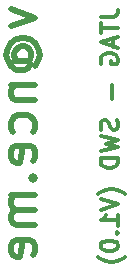
<source format=gbo>
G04 #@! TF.GenerationSoftware,KiCad,Pcbnew,(5.0.1-3-g963ef8bb5)*
G04 #@! TF.CreationDate,2018-11-27T15:22:05+00:00*
G04 #@! TF.ProjectId,jlink-swd-adapter,6A6C696E6B2D7377642D616461707465,rev?*
G04 #@! TF.SameCoordinates,Original*
G04 #@! TF.FileFunction,Legend,Bot*
G04 #@! TF.FilePolarity,Positive*
%FSLAX46Y46*%
G04 Gerber Fmt 4.6, Leading zero omitted, Abs format (unit mm)*
G04 Created by KiCad (PCBNEW (5.0.1-3-g963ef8bb5)) date Tuesday, 27 November 2018 at 15:22:05*
%MOMM*%
%LPD*%
G01*
G04 APERTURE LIST*
%ADD10C,0.300000*%
%ADD11C,0.500000*%
G04 APERTURE END LIST*
D10*
X113428571Y-77357142D02*
X114500000Y-77357142D01*
X114714285Y-77285714D01*
X114857142Y-77142857D01*
X114928571Y-76928571D01*
X114928571Y-76785714D01*
X113428571Y-77857142D02*
X113428571Y-78714285D01*
X114928571Y-78285714D02*
X113428571Y-78285714D01*
X114500000Y-79142857D02*
X114500000Y-79857142D01*
X114928571Y-79000000D02*
X113428571Y-79500000D01*
X114928571Y-80000000D01*
X113500000Y-81285714D02*
X113428571Y-81142857D01*
X113428571Y-80928571D01*
X113500000Y-80714285D01*
X113642857Y-80571428D01*
X113785714Y-80500000D01*
X114071428Y-80428571D01*
X114285714Y-80428571D01*
X114571428Y-80500000D01*
X114714285Y-80571428D01*
X114857142Y-80714285D01*
X114928571Y-80928571D01*
X114928571Y-81071428D01*
X114857142Y-81285714D01*
X114785714Y-81357142D01*
X114285714Y-81357142D01*
X114285714Y-81071428D01*
X114357142Y-83142857D02*
X114357142Y-84285714D01*
X114857142Y-86071428D02*
X114928571Y-86285714D01*
X114928571Y-86642857D01*
X114857142Y-86785714D01*
X114785714Y-86857142D01*
X114642857Y-86928571D01*
X114500000Y-86928571D01*
X114357142Y-86857142D01*
X114285714Y-86785714D01*
X114214285Y-86642857D01*
X114142857Y-86357142D01*
X114071428Y-86214285D01*
X114000000Y-86142857D01*
X113857142Y-86071428D01*
X113714285Y-86071428D01*
X113571428Y-86142857D01*
X113500000Y-86214285D01*
X113428571Y-86357142D01*
X113428571Y-86714285D01*
X113500000Y-86928571D01*
X113428571Y-87428571D02*
X114928571Y-87785714D01*
X113857142Y-88071428D01*
X114928571Y-88357142D01*
X113428571Y-88714285D01*
X114928571Y-89285714D02*
X113428571Y-89285714D01*
X113428571Y-89642857D01*
X113500000Y-89857142D01*
X113642857Y-90000000D01*
X113785714Y-90071428D01*
X114071428Y-90142857D01*
X114285714Y-90142857D01*
X114571428Y-90071428D01*
X114714285Y-90000000D01*
X114857142Y-89857142D01*
X114928571Y-89642857D01*
X114928571Y-89285714D01*
X115500000Y-92357142D02*
X115428571Y-92285714D01*
X115214285Y-92142857D01*
X115071428Y-92071428D01*
X114857142Y-92000000D01*
X114500000Y-91928571D01*
X114214285Y-91928571D01*
X113857142Y-92000000D01*
X113642857Y-92071428D01*
X113500000Y-92142857D01*
X113285714Y-92285714D01*
X113214285Y-92357142D01*
X113428571Y-92714285D02*
X114928571Y-93214285D01*
X113428571Y-93714285D01*
X114928571Y-95000000D02*
X114928571Y-94142857D01*
X114928571Y-94571428D02*
X113428571Y-94571428D01*
X113642857Y-94428571D01*
X113785714Y-94285714D01*
X113857142Y-94142857D01*
X114785714Y-95642857D02*
X114857142Y-95714285D01*
X114928571Y-95642857D01*
X114857142Y-95571428D01*
X114785714Y-95642857D01*
X114928571Y-95642857D01*
X113428571Y-96642857D02*
X113428571Y-96785714D01*
X113500000Y-96928571D01*
X113571428Y-97000000D01*
X113714285Y-97071428D01*
X114000000Y-97142857D01*
X114357142Y-97142857D01*
X114642857Y-97071428D01*
X114785714Y-97000000D01*
X114857142Y-96928571D01*
X114928571Y-96785714D01*
X114928571Y-96642857D01*
X114857142Y-96500000D01*
X114785714Y-96428571D01*
X114642857Y-96357142D01*
X114357142Y-96285714D01*
X114000000Y-96285714D01*
X113714285Y-96357142D01*
X113571428Y-96428571D01*
X113500000Y-96500000D01*
X113428571Y-96642857D01*
X115500000Y-97642857D02*
X115428571Y-97714285D01*
X115214285Y-97857142D01*
X115071428Y-97928571D01*
X114857142Y-98000000D01*
X114500000Y-98071428D01*
X114214285Y-98071428D01*
X113857142Y-98000000D01*
X113642857Y-97928571D01*
X113500000Y-97857142D01*
X113285714Y-97714285D01*
X113214285Y-97642857D01*
D11*
X105857142Y-76678571D02*
X107857142Y-77392857D01*
X105857142Y-78107142D01*
X106428571Y-81107142D02*
X106285714Y-80964285D01*
X106142857Y-80678571D01*
X106142857Y-80392857D01*
X106285714Y-80107142D01*
X106428571Y-79964285D01*
X106714285Y-79821428D01*
X107000000Y-79821428D01*
X107285714Y-79964285D01*
X107428571Y-80107142D01*
X107571428Y-80392857D01*
X107571428Y-80678571D01*
X107428571Y-80964285D01*
X107285714Y-81107142D01*
X106142857Y-81107142D02*
X107285714Y-81107142D01*
X107428571Y-81250000D01*
X107428571Y-81392857D01*
X107285714Y-81678571D01*
X107000000Y-81821428D01*
X106285714Y-81821428D01*
X105857142Y-81535714D01*
X105571428Y-81107142D01*
X105428571Y-80535714D01*
X105571428Y-79964285D01*
X105857142Y-79535714D01*
X106285714Y-79250000D01*
X106857142Y-79107142D01*
X107428571Y-79250000D01*
X107857142Y-79535714D01*
X108142857Y-79964285D01*
X108285714Y-80535714D01*
X108142857Y-81107142D01*
X107857142Y-81535714D01*
X105857142Y-83107142D02*
X107857142Y-83107142D01*
X106142857Y-83107142D02*
X106000000Y-83250000D01*
X105857142Y-83535714D01*
X105857142Y-83964285D01*
X106000000Y-84250000D01*
X106285714Y-84392857D01*
X107857142Y-84392857D01*
X107714285Y-87107142D02*
X107857142Y-86821428D01*
X107857142Y-86250000D01*
X107714285Y-85964285D01*
X107571428Y-85821428D01*
X107285714Y-85678571D01*
X106428571Y-85678571D01*
X106142857Y-85821428D01*
X106000000Y-85964285D01*
X105857142Y-86250000D01*
X105857142Y-86821428D01*
X106000000Y-87107142D01*
X107714285Y-89535714D02*
X107857142Y-89250000D01*
X107857142Y-88678571D01*
X107714285Y-88392857D01*
X107428571Y-88250000D01*
X106285714Y-88250000D01*
X106000000Y-88392857D01*
X105857142Y-88678571D01*
X105857142Y-89250000D01*
X106000000Y-89535714D01*
X106285714Y-89678571D01*
X106571428Y-89678571D01*
X106857142Y-88250000D01*
X107571428Y-90964285D02*
X107714285Y-91107142D01*
X107857142Y-90964285D01*
X107714285Y-90821428D01*
X107571428Y-90964285D01*
X107857142Y-90964285D01*
X107857142Y-92392857D02*
X105857142Y-92392857D01*
X106142857Y-92392857D02*
X106000000Y-92535714D01*
X105857142Y-92821428D01*
X105857142Y-93250000D01*
X106000000Y-93535714D01*
X106285714Y-93678571D01*
X107857142Y-93678571D01*
X106285714Y-93678571D02*
X106000000Y-93821428D01*
X105857142Y-94107142D01*
X105857142Y-94535714D01*
X106000000Y-94821428D01*
X106285714Y-94964285D01*
X107857142Y-94964285D01*
X107714285Y-97535714D02*
X107857142Y-97250000D01*
X107857142Y-96678571D01*
X107714285Y-96392857D01*
X107428571Y-96250000D01*
X106285714Y-96250000D01*
X106000000Y-96392857D01*
X105857142Y-96678571D01*
X105857142Y-97250000D01*
X106000000Y-97535714D01*
X106285714Y-97678571D01*
X106571428Y-97678571D01*
X106857142Y-96250000D01*
M02*

</source>
